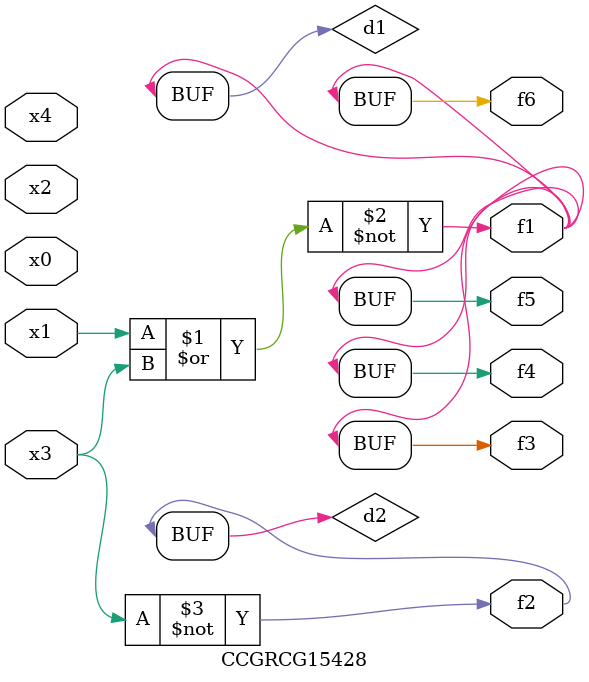
<source format=v>
module CCGRCG15428(
	input x0, x1, x2, x3, x4,
	output f1, f2, f3, f4, f5, f6
);

	wire d1, d2;

	nor (d1, x1, x3);
	not (d2, x3);
	assign f1 = d1;
	assign f2 = d2;
	assign f3 = d1;
	assign f4 = d1;
	assign f5 = d1;
	assign f6 = d1;
endmodule

</source>
